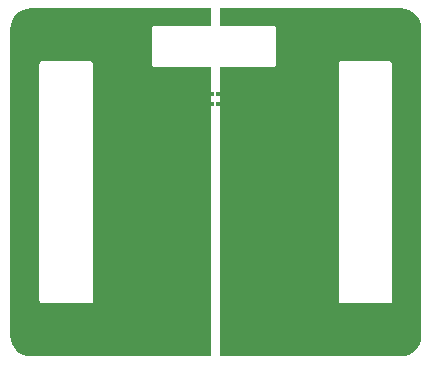
<source format=gbl>
G04*
G04 #@! TF.GenerationSoftware,Altium Limited,Altium Designer,21.7.2 (23)*
G04*
G04 Layer_Physical_Order=2*
G04 Layer_Color=16711680*
%FSLAX25Y25*%
%MOIN*%
G70*
G04*
G04 #@! TF.SameCoordinates,8300F03B-7B83-4255-BAC5-FFB0951DAD17*
G04*
G04*
G04 #@! TF.FilePolarity,Positive*
G04*
G01*
G75*
%ADD13C,0.01968*%
%ADD14C,0.09843*%
%ADD15R,0.01968X0.01181*%
G36*
X382993Y340456D02*
X443000D01*
Y334662D01*
X424332D01*
X423934Y334583D01*
X423597Y334357D01*
X423372Y334020D01*
X423292Y333622D01*
Y321811D01*
X423372Y321413D01*
X423597Y321076D01*
X423934Y320850D01*
X424332Y320771D01*
X443000D01*
Y224426D01*
X382993D01*
X382984Y224424D01*
X381660Y224554D01*
X380377Y224943D01*
X379195Y225575D01*
X378159Y226425D01*
X377309Y227461D01*
X376677Y228643D01*
X376288Y229926D01*
X376157Y231250D01*
X376159Y231260D01*
Y333622D01*
X376157Y333632D01*
X376288Y334956D01*
X376677Y336239D01*
X377309Y337421D01*
X378159Y338457D01*
X379195Y339307D01*
X380377Y339939D01*
X381660Y340328D01*
X382984Y340458D01*
X382993Y340456D01*
D02*
G37*
G36*
X507627Y340328D02*
X508910Y339939D01*
X510092Y339307D01*
X511128Y338457D01*
X511978Y337421D01*
X512610Y336239D01*
X512999Y334956D01*
X513129Y333632D01*
X513128Y333622D01*
Y231260D01*
X513129Y231250D01*
X512999Y229926D01*
X512610Y228643D01*
X511978Y227461D01*
X511128Y226425D01*
X510092Y225575D01*
X508910Y224943D01*
X507627Y224554D01*
X506303Y224424D01*
X506293Y224426D01*
X446000D01*
Y320771D01*
X463702D01*
X464100Y320850D01*
X464437Y321076D01*
X464663Y321413D01*
X464742Y321811D01*
Y333622D01*
X464663Y334020D01*
X464437Y334357D01*
X464100Y334583D01*
X463702Y334662D01*
X446000D01*
Y340456D01*
X506293D01*
X506303Y340458D01*
X507627Y340328D01*
D02*
G37*
%LPC*%
G36*
X402678Y322851D02*
X386930D01*
X386533Y322772D01*
X386195Y322546D01*
X385970Y322209D01*
X385891Y321811D01*
Y243071D01*
X385970Y242673D01*
X386195Y242336D01*
X386533Y242110D01*
X386930Y242031D01*
X402678D01*
X403076Y242110D01*
X403414Y242336D01*
X403639Y242673D01*
X403718Y243071D01*
Y321811D01*
X403639Y322209D01*
X403414Y322546D01*
X403076Y322772D01*
X402678Y322851D01*
D02*
G37*
G36*
X502356D02*
X486608D01*
X486210Y322772D01*
X485873Y322546D01*
X485648Y322209D01*
X485568Y321811D01*
Y243071D01*
X485648Y242673D01*
X485873Y242336D01*
X486210Y242110D01*
X486608Y242031D01*
X502356D01*
X502754Y242110D01*
X503091Y242336D01*
X503317Y242673D01*
X503396Y243071D01*
Y321811D01*
X503317Y322209D01*
X503091Y322546D01*
X502754Y322772D01*
X502356Y322851D01*
D02*
G37*
%LPD*%
D13*
X469000Y236000D02*
D03*
Y239500D02*
D03*
Y243500D02*
D03*
Y247500D02*
D03*
Y251500D02*
D03*
X465000Y236000D02*
D03*
Y239500D02*
D03*
Y243500D02*
D03*
Y247500D02*
D03*
Y251500D02*
D03*
X460500Y236000D02*
D03*
Y239500D02*
D03*
Y243500D02*
D03*
Y247500D02*
D03*
Y251500D02*
D03*
X469000Y255500D02*
D03*
X465000D02*
D03*
X460500D02*
D03*
X429000Y236000D02*
D03*
X425000D02*
D03*
X429000Y239500D02*
D03*
X425000D02*
D03*
X429000Y243500D02*
D03*
X425000D02*
D03*
X429000Y247500D02*
D03*
X425000D02*
D03*
X429000Y251500D02*
D03*
X425000D02*
D03*
X421000Y236000D02*
D03*
Y239500D02*
D03*
Y243500D02*
D03*
Y247500D02*
D03*
Y251500D02*
D03*
X425000Y255500D02*
D03*
X429000D02*
D03*
X421000D02*
D03*
D14*
X464500Y310000D02*
D03*
X425130D02*
D03*
D15*
X445878Y308500D02*
D03*
X443122D02*
D03*
X445894Y312000D02*
D03*
X443138D02*
D03*
M02*

</source>
